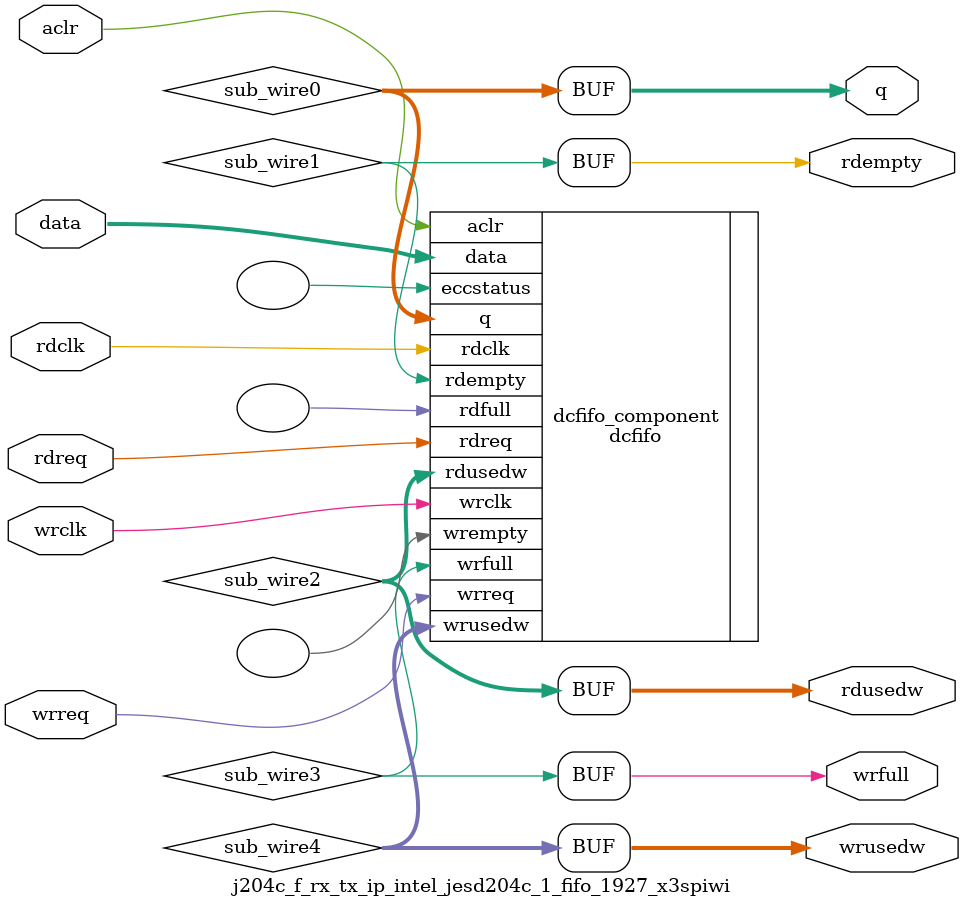
<source format=v>



`timescale 1 ps / 1 ps
// synopsys translate_on
module  j204c_f_rx_tx_ip_intel_jesd204c_1_fifo_1927_x3spiwi  (
    aclr,
    data,
    rdclk,
    rdreq,
    wrclk,
    wrreq,
    q,
    rdempty,
    rdusedw,
    wrfull,
    wrusedw);

    input    aclr;
    input  [131:0]  data;
    input    rdclk;
    input    rdreq;
    input    wrclk;
    input    wrreq;
    output [131:0]  q;
    output   rdempty;
    output [3:0]  rdusedw;
    output   wrfull;
    output [3:0]  wrusedw;
`ifndef ALTERA_RESERVED_QIS
// synopsys translate_off
`endif
    tri0     aclr;
`ifndef ALTERA_RESERVED_QIS
// synopsys translate_on
`endif

    wire [131:0] sub_wire0;
    wire  sub_wire1;
    wire [3:0] sub_wire2;
    wire  sub_wire3;
    wire [3:0] sub_wire4;
    wire [131:0] q = sub_wire0[131:0];
    wire  rdempty = sub_wire1;
    wire [3:0] rdusedw = sub_wire2[3:0];
    wire  wrfull = sub_wire3;
    wire [3:0] wrusedw = sub_wire4[3:0];

    dcfifo  dcfifo_component (
                .aclr (aclr),
                .data (data),
                .rdclk (rdclk),
                .rdreq (rdreq),
                .wrclk (wrclk),
                .wrreq (wrreq),
                .q (sub_wire0),
                .rdempty (sub_wire1),
                .rdusedw (sub_wire2),
                .wrfull (sub_wire3),
                .wrusedw (sub_wire4),
                .eccstatus (),
                .rdfull (),
                .wrempty ());
    defparam
        dcfifo_component.enable_ecc  = "FALSE",
        dcfifo_component.intended_device_family  = "Agilex 7",
        dcfifo_component.lpm_hint  = "RAM_BLOCK_TYPE=M20K,MAXIMUM_DEPTH=128,DISABLE_DCFIFO_EMBEDDED_TIMING_CONSTRAINT=TRUE",
        dcfifo_component.lpm_numwords  = 16,
        dcfifo_component.lpm_showahead  = "OFF",
        dcfifo_component.lpm_type  = "dcfifo",
        dcfifo_component.lpm_width  = 132,
        dcfifo_component.lpm_widthu  = 4,
        dcfifo_component.overflow_checking  = "ON",
        dcfifo_component.rdsync_delaypipe  = 4,
        dcfifo_component.read_aclr_synch  = "ON",
        dcfifo_component.underflow_checking  = "ON",
        dcfifo_component.use_eab  = "ON",
        dcfifo_component.write_aclr_synch  = "ON",
        dcfifo_component.wrsync_delaypipe  = 4;


endmodule



</source>
